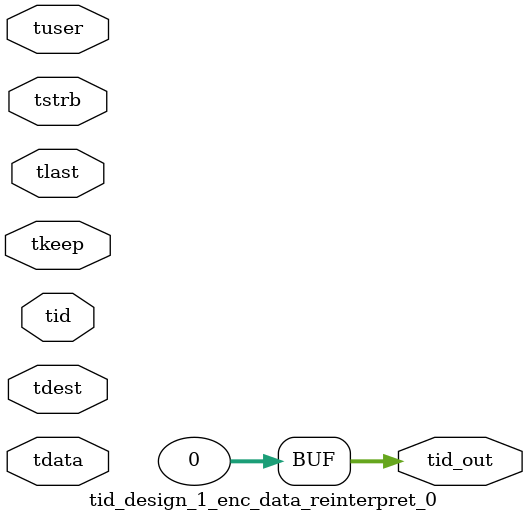
<source format=v>


`timescale 1ps/1ps

module tid_design_1_enc_data_reinterpret_0 #
(
parameter C_S_AXIS_TID_WIDTH   = 1,
parameter C_S_AXIS_TUSER_WIDTH = 0,
parameter C_S_AXIS_TDATA_WIDTH = 0,
parameter C_S_AXIS_TDEST_WIDTH = 0,
parameter C_M_AXIS_TID_WIDTH   = 32
)
(
input  [(C_S_AXIS_TID_WIDTH   == 0 ? 1 : C_S_AXIS_TID_WIDTH)-1:0       ] tid,
input  [(C_S_AXIS_TDATA_WIDTH == 0 ? 1 : C_S_AXIS_TDATA_WIDTH)-1:0     ] tdata,
input  [(C_S_AXIS_TUSER_WIDTH == 0 ? 1 : C_S_AXIS_TUSER_WIDTH)-1:0     ] tuser,
input  [(C_S_AXIS_TDEST_WIDTH == 0 ? 1 : C_S_AXIS_TDEST_WIDTH)-1:0     ] tdest,
input  [(C_S_AXIS_TDATA_WIDTH/8)-1:0 ] tkeep,
input  [(C_S_AXIS_TDATA_WIDTH/8)-1:0 ] tstrb,
input                                                                    tlast,
output [(C_M_AXIS_TID_WIDTH   == 0 ? 1 : C_M_AXIS_TID_WIDTH)-1:0       ] tid_out
);

assign tid_out = {1'b0};

endmodule


</source>
